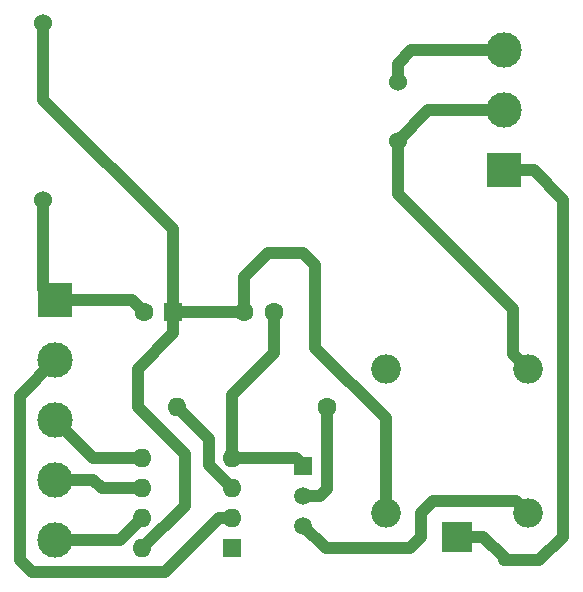
<source format=gbr>
G04 #@! TF.GenerationSoftware,KiCad,Pcbnew,(5.1.2)-2*
G04 #@! TF.CreationDate,2021-01-09T13:54:27+05:30*
G04 #@! TF.ProjectId,four way switch,666f7572-2077-4617-9920-737769746368,rev?*
G04 #@! TF.SameCoordinates,Original*
G04 #@! TF.FileFunction,Copper,L1,Top*
G04 #@! TF.FilePolarity,Positive*
%FSLAX46Y46*%
G04 Gerber Fmt 4.6, Leading zero omitted, Abs format (unit mm)*
G04 Created by KiCad (PCBNEW (5.1.2)-2) date 2021-01-09 13:54:27*
%MOMM*%
%LPD*%
G04 APERTURE LIST*
%ADD10R,1.500000X1.500000*%
%ADD11C,1.500000*%
%ADD12O,1.600000X1.600000*%
%ADD13R,1.600000X1.600000*%
%ADD14C,1.524000*%
%ADD15C,1.600000*%
%ADD16O,2.500000X2.500000*%
%ADD17R,2.500000X2.500000*%
%ADD18C,3.000000*%
%ADD19R,3.000000X3.000000*%
%ADD20C,1.000000*%
G04 APERTURE END LIST*
D10*
X170000000Y-75000000D03*
D11*
X170000000Y-80080000D03*
X170000000Y-77540000D03*
D12*
X156380000Y-82000000D03*
X164000000Y-74380000D03*
X156380000Y-79460000D03*
X164000000Y-76920000D03*
X156380000Y-76920000D03*
X164000000Y-79460000D03*
X156380000Y-74380000D03*
D13*
X164000000Y-82000000D03*
D14*
X148000000Y-37500000D03*
X148000000Y-52500000D03*
X178000000Y-42500000D03*
X178000000Y-47500000D03*
D12*
X159300000Y-70000000D03*
D15*
X172000000Y-70000000D03*
D16*
X177000000Y-79000000D03*
X177000000Y-66800000D03*
X189000000Y-66800000D03*
X189000000Y-79000000D03*
D17*
X183000000Y-81000000D03*
D18*
X149000000Y-81320000D03*
X149000000Y-76240000D03*
D19*
X149000000Y-61000000D03*
D18*
X149000000Y-71160000D03*
X149000000Y-66080000D03*
X187000000Y-39840000D03*
X187000000Y-44920000D03*
D19*
X187000000Y-50000000D03*
D15*
X167500000Y-62000000D03*
X165000000Y-62000000D03*
X156500000Y-62000000D03*
D13*
X159000000Y-62000000D03*
D20*
X148000000Y-60000000D02*
X149000000Y-61000000D01*
X148000000Y-52500000D02*
X148000000Y-60000000D01*
X155500000Y-61000000D02*
X156500000Y-62000000D01*
X149000000Y-61000000D02*
X155500000Y-61000000D01*
X167500000Y-65500000D02*
X167500000Y-62000000D01*
X164000000Y-74380000D02*
X164000000Y-69000000D01*
X164000000Y-69000000D02*
X167500000Y-65500000D01*
X169380000Y-74380000D02*
X170000000Y-75000000D01*
X164000000Y-74380000D02*
X169380000Y-74380000D01*
X159000000Y-62000000D02*
X165000000Y-62000000D01*
X159000000Y-63800000D02*
X156000000Y-66800000D01*
X159000000Y-62000000D02*
X159000000Y-63800000D01*
X156000000Y-66800000D02*
X156000000Y-70000000D01*
X156000000Y-70000000D02*
X160000000Y-74000000D01*
X160000000Y-78380000D02*
X156380000Y-82000000D01*
X160000000Y-74000000D02*
X160000000Y-78380000D01*
X177000000Y-71000000D02*
X171000000Y-65000000D01*
X177000000Y-79000000D02*
X177000000Y-71000000D01*
X165000000Y-59000000D02*
X165000000Y-62000000D01*
X171000000Y-65000000D02*
X171000000Y-58000000D01*
X171000000Y-58000000D02*
X170000000Y-57000000D01*
X170000000Y-57000000D02*
X167000000Y-57000000D01*
X167000000Y-57000000D02*
X165000000Y-59000000D01*
X148000000Y-37500000D02*
X148000000Y-44000000D01*
X159000000Y-55000000D02*
X159000000Y-62000000D01*
X148000000Y-44000000D02*
X159000000Y-55000000D01*
X180580000Y-44920000D02*
X187000000Y-44920000D01*
X178000000Y-47500000D02*
X180580000Y-44920000D01*
X187750001Y-65550001D02*
X187750001Y-61750001D01*
X189000000Y-66800000D02*
X187750001Y-65550001D01*
X178000000Y-52000000D02*
X178000000Y-47500000D01*
X187750001Y-61750001D02*
X178000000Y-52000000D01*
X178000000Y-42500000D02*
X178000000Y-41000000D01*
X179160000Y-39840000D02*
X187000000Y-39840000D01*
X178000000Y-41000000D02*
X179160000Y-39840000D01*
X189500000Y-50000000D02*
X192000000Y-52500000D01*
X187000000Y-50000000D02*
X189500000Y-50000000D01*
X192000000Y-52500000D02*
X192000000Y-81000000D01*
X192000000Y-81000000D02*
X190000000Y-83000000D01*
X190000000Y-83000000D02*
X187000000Y-83000000D01*
X185250000Y-81000000D02*
X183000000Y-81000000D01*
X187000000Y-82750000D02*
X185250000Y-81000000D01*
X187000000Y-83000000D02*
X187000000Y-82750000D01*
X152220000Y-74380000D02*
X156380000Y-74380000D01*
X149000000Y-71160000D02*
X152220000Y-74380000D01*
X149000000Y-76240000D02*
X152240000Y-76240000D01*
X152920000Y-76920000D02*
X156380000Y-76920000D01*
X152240000Y-76240000D02*
X152920000Y-76920000D01*
X154520000Y-81320000D02*
X156380000Y-79460000D01*
X149000000Y-81320000D02*
X154520000Y-81320000D01*
X162868630Y-79460000D02*
X164000000Y-79460000D01*
X158328630Y-84000000D02*
X162868630Y-79460000D01*
X147000000Y-84000000D02*
X158328630Y-84000000D01*
X146000000Y-83000000D02*
X147000000Y-84000000D01*
X149000000Y-66080000D02*
X146000000Y-69080000D01*
X146000000Y-69080000D02*
X146000000Y-83000000D01*
X171920000Y-82000000D02*
X179000000Y-82000000D01*
X170000000Y-80080000D02*
X171920000Y-82000000D01*
X179000000Y-82000000D02*
X180000000Y-81000000D01*
X180000000Y-81000000D02*
X180000000Y-79000000D01*
X188000000Y-78000000D02*
X189000000Y-79000000D01*
X180000000Y-79000000D02*
X181000000Y-78000000D01*
X181000000Y-78000000D02*
X188000000Y-78000000D01*
X172000000Y-70000000D02*
X172000000Y-77000000D01*
X171460000Y-77540000D02*
X170000000Y-77540000D01*
X172000000Y-77000000D02*
X171460000Y-77540000D01*
X160099999Y-70799999D02*
X159300000Y-70000000D01*
X162000000Y-72700000D02*
X160099999Y-70799999D01*
X164000000Y-76920000D02*
X162000000Y-74920000D01*
X162000000Y-74920000D02*
X162000000Y-72700000D01*
M02*

</source>
